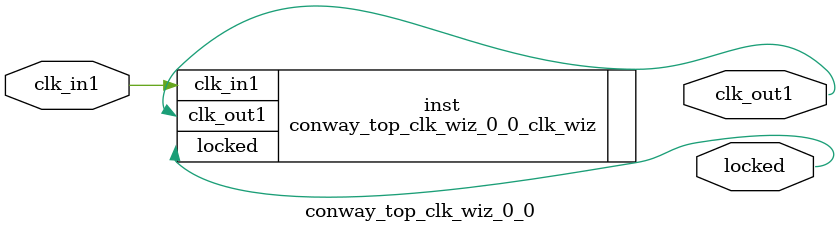
<source format=v>


`timescale 1ps/1ps

(* CORE_GENERATION_INFO = "conway_top_clk_wiz_0_0,clk_wiz_v6_0_15_0_0,{component_name=conway_top_clk_wiz_0_0,use_phase_alignment=true,use_min_o_jitter=false,use_max_i_jitter=false,use_dyn_phase_shift=false,use_inclk_switchover=false,use_dyn_reconfig=false,enable_axi=0,feedback_source=FDBK_AUTO,PRIMITIVE=MMCM,num_out_clk=1,clkin1_period=10.000,clkin2_period=10.000,use_power_down=false,use_reset=false,use_locked=true,use_inclk_stopped=false,feedback_type=SINGLE,CLOCK_MGR_TYPE=NA,manual_override=false}" *)

module conway_top_clk_wiz_0_0 
 (
  // Clock out ports
  output        clk_out1,
  // Status and control signals
  output        locked,
 // Clock in ports
  input         clk_in1
 );

  conway_top_clk_wiz_0_0_clk_wiz inst
  (
  // Clock out ports  
  .clk_out1(clk_out1),
  // Status and control signals               
  .locked(locked),
 // Clock in ports
  .clk_in1(clk_in1)
  );

endmodule

</source>
